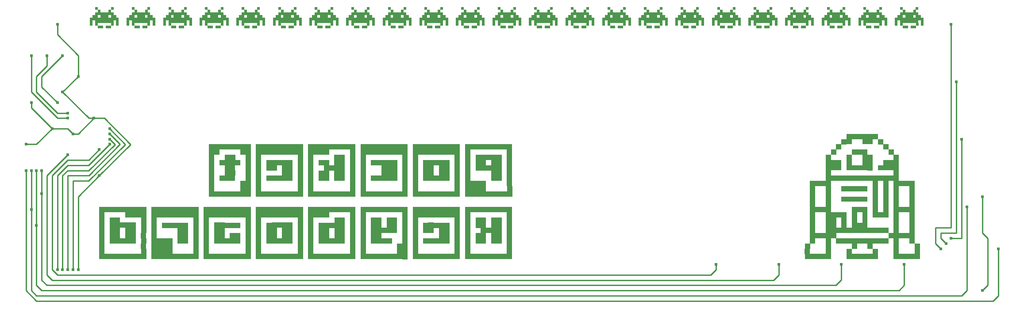
<source format=gbl>
G04 ---------------------------- Layer name :BOTTOM LAYER*
G04 easyEDA 0.1*
G04 Scale: 100 percent, Rotated: No, Reflected: No *
G04 Dimensions in inches *
G04 leading zeros omitted , absolute positions ,2 integer and 4 * 
%FSLAX24Y24*%
%MOIN*%
G90*
G70D02*

%ADD10C,0.010000*%
%ADD11C,0.024400*%
%ADD12R,0.039370X0.039370*%
%ADD13R,0.019685X0.019685*%

%LPD*%
%LNVIA PAD TRACK COPPERAREA*%
G54D10*
G01X66961Y26716D02*
G01X66961Y25141D01*
G01X66567Y24747D01*
G01X62220Y26715D02*
G01X62220Y25534D01*
G01X61826Y25140D01*
G01X61039Y25140D01*
G01X71671Y23953D02*
G01X2380Y23953D01*
G01X66947Y24347D02*
G01X2773Y24347D01*
G01X66553Y24740D02*
G01X3561Y24740D01*
G01X61041Y25134D02*
G01X4348Y25134D01*
G01X2380Y23953D02*
G01X1592Y23953D01*
G01X2773Y24346D02*
G01X1986Y24347D01*
G01X3561Y24740D02*
G01X2380Y24740D01*
G01X4348Y25134D02*
G01X2773Y25134D01*
G01X57502Y26710D02*
G01X57502Y25922D01*
G01X57108Y25528D01*
G01X57104Y25528D02*
G01X3167Y25528D01*
G01X52380Y25922D02*
G01X3561Y25922D01*
G01X1592Y23953D02*
G01X805Y24740D01*
G01X1986Y24346D02*
G01X1593Y24346D01*
G01X1199Y24740D01*
G01X805Y24740D02*
G01X805Y25134D01*
G01X1199Y24740D02*
G01X1199Y25528D01*
G01X2380Y24740D02*
G01X1986Y24740D01*
G01X1592Y25134D01*
G01X1592Y25134D02*
G01X1592Y25528D01*
G01X2773Y25134D02*
G01X2380Y25134D01*
G01X1986Y25528D01*
G01X1986Y26315D01*
G01X805Y25134D02*
G01X805Y33796D01*
G01X1198Y25528D02*
G01X1198Y27496D01*
G01X1198Y27496D02*
G01X1198Y27890D01*
G01X1198Y27890D02*
G01X1199Y30832D01*
G01X1199Y30832D02*
G01X1199Y33796D01*
G01X1592Y25528D02*
G01X1592Y29640D01*
G01X1592Y29640D02*
G01X1592Y29859D01*
G01X1592Y29859D02*
G01X1592Y30854D01*
G01X1592Y30854D02*
G01X1592Y32614D01*
G01X1592Y32614D02*
G01X1592Y33796D01*
G01X1986Y26315D02*
G01X1986Y32044D01*
G01X1986Y32044D02*
G01X1986Y33796D01*
G01X3167Y25528D02*
G01X2773Y25528D01*
G01X2380Y25922D01*
G01X2380Y33402D01*
G01X3955Y34977D01*
G01X6317Y35370D02*
G01X5530Y34582D01*
G01X3955Y34582D01*
G01X2773Y33402D01*
G01X2773Y26315D01*
G01X3167Y25921D01*
G01X3561Y25921D01*
G01X3561Y25921D01*
G01X7105Y35765D02*
G01X5529Y34189D01*
G01X3955Y34189D01*
G01X3167Y33402D01*
G01X7105Y36157D02*
G01X7498Y35764D01*
G01X5529Y33796D01*
G01X3955Y33796D01*
G01X3561Y33402D01*
G01X3955Y33402D02*
G01X4348Y33402D01*
G01X5530Y33402D01*
G01X7892Y35765D01*
G01X7105Y36552D01*
G01X7105Y36946D02*
G01X8285Y35764D01*
G01X5529Y33008D01*
G01X4348Y33008D01*
G01X3167Y33402D02*
G01X3167Y26315D01*
G01X3561Y33402D02*
G01X3561Y26315D01*
G01X3955Y33402D02*
G01X3955Y26315D01*
G01X4348Y33009D02*
G01X4348Y26315D01*
G01X3561Y42457D02*
G01X3561Y42457D01*
G01X1986Y40882D01*
G01X1986Y40095D01*
G01X1986Y40095D01*
G01X3167Y38913D01*
G01X2380Y42457D02*
G01X2380Y41669D01*
G01X1592Y40882D01*
G01X1592Y39702D01*
G01X3167Y38127D01*
G01X3167Y38127D02*
G01X3955Y38127D01*
G01X1199Y42457D02*
G01X1198Y39701D01*
G01X1199Y39701D01*
G01X3167Y37733D01*
G01X3954Y37733D01*
G01X3955Y37732D01*
G01X3167Y44819D02*
G01X3167Y44032D01*
G01X4742Y42457D01*
G01X4742Y40882D01*
G01X3561Y39702D02*
G01X3561Y39702D01*
G01X4743Y40882D01*
G01X1198Y38913D02*
G01X1198Y38521D01*
G01X2773Y36946D01*
G01X2773Y36946D02*
G01X3955Y36946D01*
G01X4348Y36552D01*
G01X4348Y36552D02*
G01X4743Y36552D01*
G01X5923Y37732D01*
G01X5923Y37732D02*
G01X5530Y37732D01*
G01X3561Y39702D01*
G01X805Y35765D02*
G01X1592Y35765D01*
G01X2773Y36946D01*
G01X5923Y37732D02*
G01X6710Y37733D01*
G01X8679Y35764D01*
G01X6317Y33402D01*
G01X4743Y26315D02*
G01X4743Y31828D01*
G01X6317Y33402D01*
G01X52380Y25921D02*
G01X52380Y25921D01*
G01X52773Y26315D01*
G01X52773Y26708D01*
G01X52773Y26709D01*
G01X70489Y44819D02*
G01X70489Y29465D01*
G01X69309Y29465D01*
G01X69309Y28284D01*
G01X69702Y27890D01*
G01X70097Y28284D02*
G01X70097Y28284D01*
G01X69702Y28678D01*
G01X69702Y29071D01*
G01X70884Y29071D01*
G01X70884Y40488D01*
G01X70884Y40488D01*
G01X71277Y36157D02*
G01X71277Y28678D01*
G01X71277Y28678D01*
G01X70489Y28678D01*
G01X66947Y24346D02*
G01X71277Y24346D01*
G01X71671Y24740D01*
G01X71672Y24740D02*
G01X71672Y31040D01*
G01X71672Y23953D02*
G01X73640Y23953D01*
G01X74033Y24347D01*
G01X74033Y27890D01*
G01X74034Y27890D01*
G01X72852Y31828D02*
G01X72852Y29071D01*
G01X73246Y28678D01*
G01X73246Y25134D01*
G01X72852Y24740D01*
G54D12*
G01X62813Y36355D03*
G01X63206Y36355D03*
G01X63601Y36355D03*
G01X63993Y36355D03*
G01X64388Y36355D03*
G01X64781Y36355D03*
G01X62419Y35961D03*
G01X62026Y35567D03*
G01X61631Y35173D03*
G01X65175Y35961D03*
G01X65568Y35567D03*
G01X65964Y35173D03*
G01X61239Y34780D03*
G01X61239Y34386D03*
G01X61239Y33992D03*
G01X66358Y34779D03*
G01X66358Y34386D03*
G01X66358Y33992D03*
G01X61239Y33598D03*
G01X61239Y33205D03*
G01X61631Y33205D03*
G01X62026Y33204D03*
G01X62419Y33204D03*
G01X62813Y33204D03*
G01X63206Y33204D03*
G01X63993Y33204D03*
G01X63601Y33204D03*
G01X64388Y33204D03*
G01X64781Y33204D03*
G01X65568Y33205D03*
G01X65175Y33205D03*
G01X65961Y33205D03*
G01X66356Y33205D03*
G01X66356Y33598D03*
G01X64385Y33992D03*
G01X61238Y32811D03*
G01X60843Y32811D03*
G01X60450Y32811D03*
G01X60056Y32811D03*
G01X60056Y32417D03*
G01X60056Y32023D03*
G01X60056Y31630D03*
G01X60056Y31236D03*
G01X60056Y30844D03*
G01X60451Y30844D03*
G01X60843Y30844D03*
G01X61238Y30844D03*
G01X61238Y31236D03*
G01X61238Y31630D03*
G01X61238Y32025D03*
G01X61238Y32419D03*
G01X60056Y30450D03*
G01X60055Y30055D03*
G01X60056Y29661D03*
G01X60056Y29267D03*
G01X61238Y30450D03*
G01X61238Y30055D03*
G01X61238Y29661D03*
G01X61238Y29267D03*
G01X60056Y28875D03*
G01X60450Y28875D03*
G01X60843Y28875D03*
G01X61238Y28875D03*
G01X60056Y28480D03*
G01X59663Y28086D03*
G01X59661Y27694D03*
G01X59663Y27300D03*
G01X60056Y27300D03*
G01X60451Y27300D03*
G01X60844Y27300D03*
G01X61238Y27300D03*
G01X61238Y27692D03*
G01X61238Y28088D03*
G01X61238Y28480D03*
G01X67536Y32813D03*
G01X67143Y32815D03*
G01X66748Y32815D03*
G01X66355Y32815D03*
G01X66356Y32421D03*
G01X66356Y32027D03*
G01X66356Y31634D03*
G01X66356Y31240D03*
G01X66356Y30846D03*
G01X66750Y30846D03*
G01X67143Y30846D03*
G01X67538Y30842D03*
G01X67536Y31240D03*
G01X67536Y31634D03*
G01X67536Y32028D03*
G01X67536Y32421D03*
G01X66356Y30453D03*
G01X66354Y30059D03*
G01X66356Y29665D03*
G01X66356Y29271D03*
G01X67536Y30453D03*
G01X67536Y30059D03*
G01X67536Y29665D03*
G01X67536Y29271D03*
G01X66355Y28878D03*
G01X66748Y28878D03*
G01X67143Y28878D03*
G01X67536Y28878D03*
G01X66356Y28484D03*
G01X67931Y27298D03*
G01X66356Y28086D03*
G01X66356Y27692D03*
G01X66356Y27303D03*
G01X66748Y27303D03*
G01X67143Y27300D03*
G01X67538Y27300D03*
G01X67931Y27692D03*
G01X67931Y28086D03*
G01X67536Y28484D03*
G01X61631Y28875D03*
G01X65963Y28875D03*
G01X62023Y29269D03*
G01X62418Y29269D03*
G01X62811Y29269D03*
G01X63205Y29269D03*
G01X63598Y29269D03*
G01X63993Y29269D03*
G01X64385Y29269D03*
G01X64780Y29269D03*
G01X65173Y29269D03*
G01X65567Y29269D03*
G01X62025Y28482D03*
G01X62418Y28482D03*
G01X62813Y28482D03*
G01X63600Y28482D03*
G01X63993Y28482D03*
G01X64386Y28482D03*
G01X64781Y28482D03*
G01X65175Y28482D03*
G01X65568Y28482D03*
G01X63206Y28482D03*
G01X63206Y28088D03*
G01X64388Y28088D03*
G01X62811Y27694D03*
G01X64781Y27694D03*
G01X62810Y27300D03*
G01X64781Y27300D03*
G01X63206Y27300D03*
G01X63600Y27300D03*
G01X63993Y27300D03*
G01X64386Y27300D03*
G01X61631Y29269D03*
G01X61631Y29663D03*
G01X61631Y30055D03*
G01X61631Y30450D03*
G01X62418Y29661D03*
G01X62418Y30055D03*
G01X62418Y30450D03*
G01X62025Y30450D03*
G01X64780Y32811D03*
G01X64781Y32417D03*
G01X64781Y32023D03*
G01X64781Y31630D03*
G01X64781Y31236D03*
G01X64781Y30842D03*
G01X64781Y30450D03*
G01X65175Y30450D03*
G01X65568Y30450D03*
G01X65568Y30844D03*
G01X65568Y31238D03*
G01X65568Y31630D03*
G01X65568Y32025D03*
G01X65568Y32419D03*
G01X65568Y32811D03*
G01X30925Y34386D03*
G01X31319Y34386D03*
G01X30925Y33992D03*
G01X31318Y33992D03*
G01X30925Y33598D03*
G01X31318Y33598D03*
G01X30925Y33205D03*
G01X31318Y33205D03*
G01X32106Y34386D03*
G01X32500Y34388D03*
G01X32106Y33992D03*
G01X32500Y33992D03*
G01X32106Y33598D03*
G01X32500Y33598D03*
G01X32106Y33205D03*
G01X32500Y33205D03*
G01X31713Y34386D03*
G01X31713Y33205D03*
G01X30136Y34782D03*
G01X30138Y34386D03*
G01X30138Y33992D03*
G01X30138Y33598D03*
G01X30138Y33205D03*
G01X30138Y32811D03*
G01X30138Y32417D03*
G01X30138Y32023D03*
G01X30531Y32023D03*
G01X30925Y32023D03*
G01X31318Y32023D03*
G01X31713Y32023D03*
G01X32106Y32023D03*
G01X32500Y32023D03*
G01X32893Y32023D03*
G01X33288Y32023D03*
G01X33288Y32417D03*
G01X33286Y32811D03*
G01X33288Y33205D03*
G01X33286Y33598D03*
G01X33288Y33992D03*
G01X33288Y34386D03*
G01X33288Y34780D03*
G01X30136Y35173D03*
G01X30531Y35173D03*
G01X30925Y35173D03*
G01X31318Y35173D03*
G01X31713Y35173D03*
G01X32106Y35173D03*
G01X32500Y35173D03*
G01X32893Y35173D03*
G01X33288Y35173D03*
G01X35261Y34386D03*
G01X36047Y34384D03*
G01X34865Y34386D03*
G01X36440Y34386D03*
G01X34864Y33990D03*
G01X35261Y33990D03*
G01X35654Y33990D03*
G01X36047Y33992D03*
G01X36440Y33990D03*
G01X34865Y34780D03*
G01X35261Y34780D03*
G01X35654Y34780D03*
G01X36047Y34780D03*
G01X36440Y34780D03*
G01X36050Y33598D03*
G01X36443Y33598D03*
G01X36050Y33205D03*
G01X36443Y33205D03*
G01X34079Y35173D03*
G01X34079Y34780D03*
G01X34079Y34386D03*
G01X34077Y33990D03*
G01X34079Y33598D03*
G01X34077Y33205D03*
G01X34077Y32811D03*
G01X35261Y32811D03*
G01X34473Y32811D03*
G01X34868Y32811D03*
G01X35261Y32417D03*
G01X35261Y32023D03*
G01X35654Y32023D03*
G01X36047Y32023D03*
G01X36443Y32021D03*
G01X36836Y32021D03*
G01X37231Y32415D03*
G01X37231Y32021D03*
G01X37227Y32811D03*
G01X37227Y33205D03*
G01X37227Y33598D03*
G01X37227Y33992D03*
G01X37227Y34386D03*
G01X37227Y34780D03*
G01X37229Y35171D03*
G01X34075Y35565D03*
G01X34472Y35565D03*
G01X34865Y35565D03*
G01X35261Y35565D03*
G01X35654Y35565D03*
G01X36047Y35565D03*
G01X36440Y35565D03*
G01X36836Y35565D03*
G01X37227Y35565D03*
G01X26993Y34386D03*
G01X27388Y34386D03*
G01X27784Y33990D03*
G01X28177Y33990D03*
G01X27784Y33598D03*
G01X28177Y33598D03*
G01X26993Y33205D03*
G01X27386Y33205D03*
G01X28175Y34386D03*
G01X28568Y34388D03*
G01X28572Y33990D03*
G01X28572Y33598D03*
G01X28175Y33205D03*
G01X28568Y33205D03*
G01X27781Y34386D03*
G01X27781Y33205D03*
G01X26203Y34782D03*
G01X26206Y34386D03*
G01X26206Y33992D03*
G01X26206Y33598D03*
G01X26206Y33205D03*
G01X26206Y32811D03*
G01X26206Y32417D03*
G01X26206Y32023D03*
G01X26600Y32023D03*
G01X26993Y32023D03*
G01X27386Y32023D03*
G01X27781Y32023D03*
G01X28175Y32023D03*
G01X28568Y32023D03*
G01X28961Y32023D03*
G01X29356Y32023D03*
G01X29356Y32417D03*
G01X29353Y32811D03*
G01X29356Y33205D03*
G01X29353Y33598D03*
G01X29356Y33992D03*
G01X29356Y34386D03*
G01X29356Y34780D03*
G01X26203Y35173D03*
G01X26600Y35173D03*
G01X26993Y35173D03*
G01X27386Y35173D03*
G01X27781Y35173D03*
G01X28175Y35173D03*
G01X28568Y35173D03*
G01X28961Y35173D03*
G01X29356Y35173D03*
G01X24228Y34776D03*
G01X24228Y34382D03*
G01X24228Y33988D03*
G01X24228Y33594D03*
G01X24228Y33201D03*
G01X24622Y34776D03*
G01X24622Y34384D03*
G01X24622Y33990D03*
G01X24622Y33594D03*
G01X24622Y33203D03*
G01X23834Y33990D03*
G01X23439Y33990D03*
G01X23044Y34382D03*
G01X23438Y34382D03*
G01X23044Y33594D03*
G01X23044Y33201D03*
G01X23438Y33201D03*
G01X23438Y33594D03*
G01X22259Y35173D03*
G01X22261Y34780D03*
G01X22261Y33992D03*
G01X22261Y33596D03*
G01X22261Y33203D03*
G01X22261Y32809D03*
G01X22261Y32415D03*
G01X22261Y32021D03*
G01X22261Y34384D03*
G01X25411Y34780D03*
G01X25413Y34384D03*
G01X25413Y33990D03*
G01X25413Y33596D03*
G01X25413Y33203D03*
G01X25413Y32811D03*
G01X25413Y32415D03*
G01X25413Y32021D03*
G01X25411Y35171D03*
G01X22261Y35567D03*
G01X22653Y35567D03*
G01X23048Y35567D03*
G01X23443Y35567D03*
G01X23836Y35567D03*
G01X24228Y35567D03*
G01X22653Y32023D03*
G01X23050Y32023D03*
G01X23443Y32023D03*
G01X23836Y32023D03*
G01X24228Y32023D03*
G01X24623Y32023D03*
G01X25017Y32023D03*
G01X24625Y35567D03*
G01X25017Y35567D03*
G01X25411Y35567D03*
G01X19109Y34384D03*
G01X19500Y34386D03*
G01X19109Y33990D03*
G01X19500Y33990D03*
G01X20293Y33594D03*
G01X20686Y33594D03*
G01X19109Y33203D03*
G01X19500Y33203D03*
G01X20292Y33988D03*
G01X20684Y33988D03*
G01X19897Y34384D03*
G01X20292Y34384D03*
G01X20288Y33205D03*
G01X20681Y33205D03*
G01X20684Y34382D03*
G01X19894Y33203D03*
G01X18318Y34780D03*
G01X18319Y34384D03*
G01X18319Y33990D03*
G01X18319Y33596D03*
G01X18319Y33203D03*
G01X18319Y32811D03*
G01X18319Y32415D03*
G01X18319Y32021D03*
G01X18713Y32021D03*
G01X19109Y32021D03*
G01X19500Y32021D03*
G01X19894Y32021D03*
G01X20288Y32021D03*
G01X20684Y32021D03*
G01X21075Y32021D03*
G01X21469Y32021D03*
G01X21469Y32415D03*
G01X21468Y32811D03*
G01X21469Y33205D03*
G01X21468Y33596D03*
G01X21469Y33990D03*
G01X21469Y34386D03*
G01X21469Y34778D03*
G01X18318Y35171D03*
G01X18713Y35171D03*
G01X19109Y35171D03*
G01X19500Y35171D03*
G01X19894Y35171D03*
G01X20288Y35171D03*
G01X20681Y35171D03*
G01X21075Y35171D03*
G01X21469Y35171D03*
G01X23046Y35169D03*
G01X23439Y35169D03*
G01X22652Y35169D03*
G01X15967Y34782D03*
G01X15967Y34388D03*
G01X15967Y33994D03*
G01X15967Y33601D03*
G01X15967Y33207D03*
G01X16363Y34782D03*
G01X16363Y34388D03*
G01X16361Y33994D03*
G01X16363Y33601D03*
G01X16361Y33207D03*
G01X15575Y34388D03*
G01X16756Y34388D03*
G01X15571Y33203D03*
G01X15571Y32026D03*
G01X15967Y32026D03*
G01X16363Y32028D03*
G01X16756Y32026D03*
G01X17150Y32028D03*
G01X17542Y32026D03*
G01X17542Y32419D03*
G01X17542Y32815D03*
G01X17542Y33209D03*
G01X17542Y33601D03*
G01X17542Y33994D03*
G01X17542Y34390D03*
G01X17542Y34782D03*
G01X17542Y35176D03*
G01X17150Y35176D03*
G01X16756Y35569D03*
G01X17150Y35569D03*
G01X17542Y35569D03*
G01X16361Y35569D03*
G01X15967Y35569D03*
G01X15575Y35569D03*
G01X15181Y35176D03*
G01X15181Y35569D03*
G01X14788Y34782D03*
G01X14788Y35176D03*
G01X14788Y35569D03*
G01X14788Y34388D03*
G01X14788Y33994D03*
G01X14788Y33601D03*
G01X15181Y32026D03*
G01X14788Y32026D03*
G01X14788Y32419D03*
G01X14788Y32815D03*
G01X14788Y33209D03*
G01X17147Y32415D03*
G01X17147Y32809D03*
G01X34863Y30055D03*
G01X34863Y29663D03*
G01X35254Y29267D03*
G01X34863Y28875D03*
G01X34863Y28482D03*
G01X35259Y30055D03*
G01X35259Y29663D03*
G01X35650Y29267D03*
G01X35259Y28875D03*
G01X35259Y28482D03*
G01X36042Y29265D03*
G01X36436Y29267D03*
G01X36044Y29663D03*
G01X36438Y29661D03*
G01X36438Y30055D03*
G01X36044Y30055D03*
G01X36046Y28873D03*
G01X36044Y28480D03*
G01X36438Y28480D03*
G01X36438Y28875D03*
G01X34077Y30053D03*
G01X34077Y29657D03*
G01X34077Y29263D03*
G01X34077Y28869D03*
G01X34077Y28477D03*
G01X34077Y28082D03*
G01X34077Y27688D03*
G01X34073Y30444D03*
G01X37227Y30055D03*
G01X37227Y29661D03*
G01X37227Y29267D03*
G01X37227Y28873D03*
G01X37227Y28480D03*
G01X37227Y28086D03*
G01X37227Y27692D03*
G01X37223Y30448D03*
G01X34077Y27298D03*
G01X34467Y27298D03*
G01X34863Y27298D03*
G01X35257Y27298D03*
G01X35652Y27298D03*
G01X36042Y27298D03*
G01X36438Y27301D03*
G01X36830Y27301D03*
G01X37227Y27302D03*
G01X34077Y30846D03*
G01X34467Y30846D03*
G01X34863Y30846D03*
G01X35257Y30846D03*
G01X35652Y30846D03*
G01X36042Y30846D03*
G01X36438Y30848D03*
G01X36830Y30848D03*
G01X37227Y30848D03*
G01X30928Y29663D03*
G01X31325Y29665D03*
G01X30928Y29271D03*
G01X31325Y29271D03*
G01X32105Y28873D03*
G01X32500Y28873D03*
G01X30928Y28482D03*
G01X31325Y28482D03*
G01X32111Y29267D03*
G01X32507Y29267D03*
G01X31719Y29663D03*
G01X32111Y29663D03*
G01X32111Y28484D03*
G01X32503Y28484D03*
G01X32507Y29661D03*
G01X31715Y28482D03*
G01X30140Y30059D03*
G01X30140Y29663D03*
G01X30140Y29271D03*
G01X30140Y28877D03*
G01X30140Y28482D03*
G01X30140Y28090D03*
G01X30140Y27696D03*
G01X30140Y27302D03*
G01X30536Y27302D03*
G01X30928Y27302D03*
G01X31325Y27302D03*
G01X31715Y27302D03*
G01X32111Y27302D03*
G01X32503Y27302D03*
G01X32900Y27302D03*
G01X33290Y27302D03*
G01X33290Y27696D03*
G01X33290Y28090D03*
G01X33290Y28484D03*
G01X33290Y28877D03*
G01X33290Y29271D03*
G01X33290Y29665D03*
G01X33290Y30057D03*
G01X30140Y30452D03*
G01X30536Y30452D03*
G01X30928Y30452D03*
G01X31325Y30452D03*
G01X31715Y30452D03*
G01X32111Y30452D03*
G01X32503Y30452D03*
G01X32900Y30452D03*
G01X33290Y30452D03*
G01X26986Y30055D03*
G01X26986Y29661D03*
G01X26986Y29267D03*
G01X27380Y30055D03*
G01X27380Y29661D03*
G01X27380Y29267D03*
G01X28169Y30055D03*
G01X28169Y29661D03*
G01X28169Y29267D03*
G01X28561Y30055D03*
G01X28561Y29661D03*
G01X28561Y29267D03*
G01X27775Y29267D03*
G01X26986Y28873D03*
G01X27378Y28873D03*
G01X28167Y28480D03*
G01X26986Y28480D03*
G01X27775Y28480D03*
G01X27380Y28480D03*
G01X26200Y30842D03*
G01X26594Y30842D03*
G01X26988Y30842D03*
G01X27382Y30842D03*
G01X27775Y30842D03*
G01X28169Y30842D03*
G01X28561Y30842D03*
G01X28957Y30842D03*
G01X29350Y30842D03*
G01X26200Y30055D03*
G01X26200Y29659D03*
G01X26200Y29265D03*
G01X26200Y28871D03*
G01X26200Y28478D03*
G01X28957Y28086D03*
G01X28957Y27692D03*
G01X26594Y27298D03*
G01X26200Y30446D03*
G01X29350Y30055D03*
G01X29350Y29659D03*
G01X29350Y29265D03*
G01X29350Y28871D03*
G01X29350Y28478D03*
G01X29350Y28084D03*
G01X29350Y27690D03*
G01X29350Y27296D03*
G01X29350Y30446D03*
G01X26986Y27298D03*
G01X27382Y27298D03*
G01X27775Y27298D03*
G01X28169Y27298D03*
G01X28561Y27298D03*
G01X28957Y27298D03*
G01X26200Y28086D03*
G01X26200Y27692D03*
G01X26200Y27298D03*
G01X23050Y29663D03*
G01X23444Y29663D03*
G01X23050Y29269D03*
G01X23442Y29269D03*
G01X23050Y28876D03*
G01X23442Y28876D03*
G01X23050Y28482D03*
G01X23442Y28482D03*
G01X24230Y29663D03*
G01X24625Y29665D03*
G01X24230Y29271D03*
G01X24625Y29271D03*
G01X24230Y28877D03*
G01X24625Y28877D03*
G01X24230Y28482D03*
G01X24625Y28482D03*
G01X23836Y29663D03*
G01X23836Y28482D03*
G01X22261Y30059D03*
G01X22261Y29663D03*
G01X22261Y29269D03*
G01X22261Y28876D03*
G01X22261Y28482D03*
G01X22261Y28088D03*
G01X22261Y27694D03*
G01X22261Y27301D03*
G01X22655Y27301D03*
G01X23050Y27301D03*
G01X23442Y27301D03*
G01X23836Y27301D03*
G01X24230Y27301D03*
G01X24625Y27301D03*
G01X25017Y27301D03*
G01X25411Y27301D03*
G01X25411Y27694D03*
G01X25411Y28088D03*
G01X25411Y28482D03*
G01X25411Y28876D03*
G01X25411Y29269D03*
G01X25411Y29663D03*
G01X25411Y30057D03*
G01X22261Y30451D03*
G01X23050Y30844D03*
G01X24625Y30053D03*
G01X22657Y30844D03*
G01X22261Y30844D03*
G01X24232Y30053D03*
G01X23444Y30844D03*
G01X23836Y30844D03*
G01X25411Y30451D03*
G01X24230Y30844D03*
G01X24625Y30844D03*
G01X25019Y30844D03*
G01X25411Y30844D03*
G01X23050Y30448D03*
G01X23442Y30448D03*
G01X22653Y30448D03*
G01X19111Y29663D03*
G01X19505Y29665D03*
G01X19111Y29271D03*
G01X19503Y29271D03*
G01X19111Y28877D03*
G01X19503Y28877D03*
G01X19111Y28482D03*
G01X19503Y28482D03*
G01X20292Y29665D03*
G01X20686Y29665D03*
G01X20292Y29271D03*
G01X20686Y29271D03*
G01X20292Y28878D03*
G01X20686Y28878D03*
G01X20292Y28484D03*
G01X20686Y28484D03*
G01X19900Y29665D03*
G01X19900Y28482D03*
G01X18323Y30059D03*
G01X18325Y29663D03*
G01X18325Y29271D03*
G01X18325Y28877D03*
G01X18325Y28482D03*
G01X18325Y28090D03*
G01X18325Y27696D03*
G01X18325Y27302D03*
G01X18717Y27302D03*
G01X19111Y27302D03*
G01X19503Y27302D03*
G01X19900Y27302D03*
G01X20292Y27302D03*
G01X20686Y27302D03*
G01X21078Y27302D03*
G01X21475Y27302D03*
G01X21475Y27696D03*
G01X21473Y28090D03*
G01X21475Y28484D03*
G01X21473Y28877D03*
G01X21475Y29271D03*
G01X21475Y29665D03*
G01X21475Y30057D03*
G01X18323Y30452D03*
G01X18717Y30452D03*
G01X19111Y30452D03*
G01X19503Y30452D03*
G01X19900Y30452D03*
G01X20292Y30452D03*
G01X20686Y30452D03*
G01X21078Y30452D03*
G01X21475Y30452D03*
G01X15173Y29665D03*
G01X15567Y29665D03*
G01X15173Y28876D03*
G01X15567Y28876D03*
G01X16355Y28877D03*
G01X16750Y28877D03*
G01X15173Y28484D03*
G01X15565Y28484D03*
G01X15175Y29267D03*
G01X15569Y29267D03*
G01X15961Y29663D03*
G01X16357Y29663D03*
G01X16353Y28484D03*
G01X16748Y28484D03*
G01X16750Y29663D03*
G01X15961Y28484D03*
G01X14384Y30061D03*
G01X14386Y29665D03*
G01X14386Y29271D03*
G01X14386Y28878D03*
G01X14386Y28484D03*
G01X14386Y28090D03*
G01X14386Y27696D03*
G01X14386Y27303D03*
G01X14778Y27303D03*
G01X15173Y27303D03*
G01X15565Y27303D03*
G01X15961Y27303D03*
G01X16353Y27303D03*
G01X16748Y27303D03*
G01X17140Y27303D03*
G01X17536Y27303D03*
G01X17536Y27696D03*
G01X17534Y28090D03*
G01X17536Y28484D03*
G01X17534Y28878D03*
G01X17536Y29271D03*
G01X17536Y29665D03*
G01X17536Y30059D03*
G01X14384Y30453D03*
G01X14778Y30453D03*
G01X15173Y30453D03*
G01X15565Y30453D03*
G01X15961Y30453D03*
G01X16353Y30453D03*
G01X16748Y30453D03*
G01X17140Y30453D03*
G01X17536Y30453D03*
G01X11239Y29661D03*
G01X12419Y29267D03*
G01X12419Y28875D03*
G01X12419Y28480D03*
G01X11631Y29661D03*
G01X12813Y29267D03*
G01X12813Y28875D03*
G01X12813Y28480D03*
G01X12026Y29661D03*
G01X12419Y29661D03*
G01X10457Y27303D03*
G01X10850Y27303D03*
G01X10453Y27698D03*
G01X10455Y28092D03*
G01X10453Y28486D03*
G01X10455Y28880D03*
G01X10455Y29273D03*
G01X10455Y29667D03*
G01X10455Y30061D03*
G01X11244Y27303D03*
G01X11636Y27303D03*
G01X12030Y27303D03*
G01X12423Y27303D03*
G01X10844Y27694D03*
G01X10844Y28088D03*
G01X11240Y28088D03*
G01X11632Y28088D03*
G01X12813Y29661D03*
G01X13607Y29271D03*
G01X13607Y28878D03*
G01X11632Y28482D03*
G01X11238Y27694D03*
G01X11632Y27694D03*
G01X13211Y27303D03*
G01X12817Y27303D03*
G01X10844Y28482D03*
G01X11240Y28482D03*
G01X13605Y30059D03*
G01X13605Y29665D03*
G01X13605Y28092D03*
G01X13605Y28484D03*
G01X13605Y27698D03*
G01X13605Y27303D03*
G01X7303Y29665D03*
G01X7696Y29665D03*
G01X7303Y29271D03*
G01X7694Y29271D03*
G01X7303Y28878D03*
G01X7694Y28878D03*
G01X7303Y28484D03*
G01X7694Y28484D03*
G01X8482Y29665D03*
G01X8878Y29667D03*
G01X8482Y29273D03*
G01X8875Y29273D03*
G01X8482Y28878D03*
G01X8875Y28878D03*
G01X8482Y28484D03*
G01X8875Y28484D03*
G01X8088Y29665D03*
G01X8088Y28484D03*
G01X6511Y30061D03*
G01X6513Y29665D03*
G01X6513Y29271D03*
G01X6513Y28878D03*
G01X6513Y28484D03*
G01X6513Y28090D03*
G01X6513Y27696D03*
G01X6513Y27303D03*
G01X6907Y27303D03*
G01X7303Y27303D03*
G01X7694Y27303D03*
G01X8088Y27303D03*
G01X8482Y27303D03*
G01X8878Y27303D03*
G01X9269Y27303D03*
G01X9663Y27303D03*
G01X9663Y27696D03*
G01X9661Y28090D03*
G01X9663Y28484D03*
G01X9661Y28878D03*
G01X9663Y29271D03*
G01X9663Y29665D03*
G01X9663Y30059D03*
G01X6511Y30453D03*
G01X7303Y30846D03*
G01X7694Y30055D03*
G01X6907Y30846D03*
G01X6515Y30846D03*
G01X7302Y30055D03*
G01X7696Y30846D03*
G01X8090Y30846D03*
G01X9663Y30453D03*
G01X8482Y30846D03*
G01X8878Y30846D03*
G01X9271Y30846D03*
G01X9665Y30846D03*
G01X8878Y30448D03*
G01X9271Y30448D03*
G01X8484Y30448D03*
G01X34860Y32419D03*
G01X34859Y32026D03*
G01X34465Y32027D03*
G01X34072Y32027D03*
G01X34072Y32421D03*
G01X34465Y32419D03*
G01X30132Y35569D03*
G01X30528Y35569D03*
G01X30923Y35569D03*
G01X31318Y35569D03*
G01X31711Y35569D03*
G01X32103Y35569D03*
G01X32498Y35569D03*
G01X32893Y35569D03*
G01X33285Y35569D03*
G01X26197Y35569D03*
G01X26593Y35569D03*
G01X26986Y35569D03*
G01X27381Y35569D03*
G01X27775Y35569D03*
G01X28168Y35569D03*
G01X28561Y35569D03*
G01X28956Y35569D03*
G01X29348Y35569D03*
G01X18323Y35569D03*
G01X18719Y35569D03*
G01X19114Y35569D03*
G01X19509Y35569D03*
G01X19902Y35569D03*
G01X20294Y35569D03*
G01X20689Y35569D03*
G01X21084Y35569D03*
G01X21475Y35569D03*
G01X30140Y30844D03*
G01X30536Y30844D03*
G01X30928Y30844D03*
G01X31325Y30844D03*
G01X31717Y30844D03*
G01X32111Y30844D03*
G01X32503Y30844D03*
G01X32900Y30844D03*
G01X33290Y30844D03*
G01X18328Y30844D03*
G01X18725Y30844D03*
G01X19119Y30844D03*
G01X19513Y30844D03*
G01X19906Y30844D03*
G01X20300Y30844D03*
G01X20694Y30844D03*
G01X21088Y30844D03*
G01X21480Y30844D03*
G01X14392Y30844D03*
G01X14788Y30844D03*
G01X15182Y30844D03*
G01X15577Y30844D03*
G01X15969Y30844D03*
G01X16363Y30844D03*
G01X16757Y30844D03*
G01X17152Y30844D03*
G01X17544Y30844D03*
G01X10450Y30450D03*
G01X10844Y30450D03*
G01X11239Y30450D03*
G01X11631Y30450D03*
G01X12025Y30450D03*
G01X12419Y30450D03*
G01X12814Y30450D03*
G01X13206Y30450D03*
G01X13602Y30448D03*
G01X10450Y30844D03*
G01X10844Y30844D03*
G01X11239Y30844D03*
G01X11631Y30844D03*
G01X12025Y30844D03*
G01X12419Y30844D03*
G01X12814Y30844D03*
G01X13206Y30844D03*
G01X13602Y30842D03*
G01X14389Y30844D03*
G01X14784Y30844D03*
G01X15178Y30844D03*
G01X15571Y30844D03*
G01X15964Y30844D03*
G01X16359Y30844D03*
G01X16753Y30844D03*
G01X17146Y30844D03*
G01X17542Y30842D03*
G01X18325Y30844D03*
G01X18719Y30844D03*
G01X19114Y30844D03*
G01X19506Y30844D03*
G01X19900Y30844D03*
G01X20294Y30844D03*
G01X20689Y30844D03*
G01X21081Y30844D03*
G01X21477Y30842D03*
G01X22260Y30844D03*
G01X22656Y30844D03*
G01X23051Y30844D03*
G01X23443Y30844D03*
G01X23835Y30844D03*
G01X24231Y30844D03*
G01X24626Y30844D03*
G01X25018Y30844D03*
G01X25414Y30842D03*
G01X30135Y30844D03*
G01X30531Y30844D03*
G01X30926Y30844D03*
G01X31318Y30844D03*
G01X31710Y30844D03*
G01X32106Y30844D03*
G01X32501Y30844D03*
G01X32893Y30844D03*
G01X33289Y30842D03*
G01X34072Y30844D03*
G01X34468Y30844D03*
G01X34863Y30844D03*
G01X35255Y30844D03*
G01X35647Y30844D03*
G01X36043Y30844D03*
G01X36438Y30844D03*
G01X36830Y30844D03*
G01X37226Y30842D03*
G01X26197Y35567D03*
G01X26593Y35567D03*
G01X26988Y35567D03*
G01X27380Y35567D03*
G01X27772Y35567D03*
G01X28168Y35567D03*
G01X28563Y35567D03*
G01X28955Y35567D03*
G01X29351Y35567D03*
G01X18325Y35567D03*
G01X18719Y35567D03*
G01X19114Y35567D03*
G01X19506Y35567D03*
G01X19900Y35567D03*
G01X20294Y35567D03*
G01X20689Y35567D03*
G01X21081Y35567D03*
G01X21477Y35567D03*
G54D13*
G01X6121Y46001D03*
G01X6317Y45805D03*
G01X7105Y45805D03*
G01X7301Y46001D03*
G01X6119Y45607D03*
G01X6317Y45607D03*
G01X6514Y45607D03*
G01X6711Y45607D03*
G01X6907Y45607D03*
G01X7103Y45607D03*
G01X7301Y45607D03*
G01X5923Y45409D03*
G01X6121Y45409D03*
G01X7301Y45409D03*
G01X7498Y45409D03*
G01X6514Y45409D03*
G01X6711Y45409D03*
G01X5726Y45213D03*
G01X6907Y45409D03*
G01X5923Y45213D03*
G01X6119Y45213D03*
G01X6317Y45213D03*
G01X6513Y45213D03*
G01X6710Y45213D03*
G01X6907Y45213D03*
G01X7103Y45213D03*
G01X7301Y45213D03*
G01X7498Y45213D03*
G01X7694Y45213D03*
G01X5726Y45015D03*
G01X5726Y44819D03*
G01X7694Y45017D03*
G01X7694Y44819D03*
G01X6121Y45015D03*
G01X6119Y44819D03*
G01X7302Y44819D03*
G01X7301Y45017D03*
G01X6315Y45015D03*
G01X6511Y45015D03*
G01X6709Y45015D03*
G01X6906Y45015D03*
G01X7103Y45015D03*
G01X6317Y44621D03*
G01X6513Y44623D03*
G01X7103Y44621D03*
G01X6907Y44623D03*
G01X8878Y46001D03*
G01X9075Y45805D03*
G01X9863Y45805D03*
G01X10059Y46001D03*
G01X8877Y45607D03*
G01X9075Y45607D03*
G01X9272Y45607D03*
G01X9469Y45607D03*
G01X9665Y45607D03*
G01X9861Y45607D03*
G01X10059Y45607D03*
G01X8681Y45409D03*
G01X8878Y45409D03*
G01X10059Y45409D03*
G01X10256Y45409D03*
G01X9272Y45409D03*
G01X9469Y45409D03*
G01X8484Y45213D03*
G01X9665Y45409D03*
G01X8681Y45213D03*
G01X8877Y45213D03*
G01X9075Y45213D03*
G01X9271Y45213D03*
G01X9468Y45213D03*
G01X9665Y45213D03*
G01X9861Y45213D03*
G01X10059Y45213D03*
G01X10256Y45213D03*
G01X10452Y45213D03*
G01X8484Y45015D03*
G01X8484Y44819D03*
G01X10452Y45017D03*
G01X10452Y44819D03*
G01X8878Y45015D03*
G01X8877Y44819D03*
G01X10060Y44819D03*
G01X10059Y45017D03*
G01X9073Y45015D03*
G01X9269Y45015D03*
G01X9467Y45015D03*
G01X9664Y45015D03*
G01X9861Y45015D03*
G01X9075Y44621D03*
G01X9271Y44623D03*
G01X9861Y44621D03*
G01X9665Y44623D03*
G01X11635Y46001D03*
G01X11831Y45805D03*
G01X12618Y45805D03*
G01X12814Y46001D03*
G01X11634Y45607D03*
G01X11831Y45607D03*
G01X12027Y45607D03*
G01X12226Y45607D03*
G01X12422Y45607D03*
G01X12618Y45607D03*
G01X12814Y45607D03*
G01X11438Y45409D03*
G01X11635Y45409D03*
G01X12814Y45409D03*
G01X13013Y45409D03*
G01X12027Y45409D03*
G01X12226Y45409D03*
G01X11239Y45213D03*
G01X12422Y45409D03*
G01X11438Y45213D03*
G01X11634Y45213D03*
G01X11831Y45213D03*
G01X12027Y45213D03*
G01X12223Y45213D03*
G01X12422Y45213D03*
G01X12618Y45213D03*
G01X12814Y45213D03*
G01X13013Y45213D03*
G01X13209Y45213D03*
G01X11239Y45015D03*
G01X11239Y44819D03*
G01X13209Y45017D03*
G01X13209Y44819D03*
G01X11635Y45015D03*
G01X11634Y44819D03*
G01X12815Y44819D03*
G01X12814Y45017D03*
G01X11830Y45015D03*
G01X12026Y45015D03*
G01X12222Y45015D03*
G01X12419Y45015D03*
G01X12618Y45015D03*
G01X11831Y44621D03*
G01X12027Y44623D03*
G01X12618Y44621D03*
G01X12422Y44623D03*
G01X14389Y46001D03*
G01X14585Y45805D03*
G01X15373Y45805D03*
G01X15569Y46001D03*
G01X14389Y45607D03*
G01X14585Y45607D03*
G01X14782Y45607D03*
G01X14981Y45607D03*
G01X15177Y45607D03*
G01X15372Y45607D03*
G01X15569Y45607D03*
G01X14193Y45409D03*
G01X14389Y45409D03*
G01X15569Y45409D03*
G01X15768Y45409D03*
G01X14782Y45409D03*
G01X14981Y45409D03*
G01X13994Y45213D03*
G01X15177Y45409D03*
G01X14193Y45213D03*
G01X14389Y45213D03*
G01X14585Y45213D03*
G01X14781Y45213D03*
G01X14978Y45213D03*
G01X15177Y45213D03*
G01X15372Y45213D03*
G01X15569Y45213D03*
G01X15768Y45213D03*
G01X15964Y45213D03*
G01X13994Y45015D03*
G01X13994Y44819D03*
G01X15964Y45017D03*
G01X15964Y44819D03*
G01X14389Y45015D03*
G01X14389Y44819D03*
G01X15571Y44819D03*
G01X15569Y45017D03*
G01X14585Y45015D03*
G01X14781Y45015D03*
G01X14977Y45015D03*
G01X15175Y45015D03*
G01X15372Y45015D03*
G01X14585Y44621D03*
G01X14781Y44623D03*
G01X15372Y44621D03*
G01X15177Y44623D03*
G01X17146Y46001D03*
G01X17342Y45805D03*
G01X18130Y45805D03*
G01X18326Y46001D03*
G01X17144Y45607D03*
G01X17342Y45607D03*
G01X17539Y45607D03*
G01X17736Y45607D03*
G01X17932Y45607D03*
G01X18128Y45607D03*
G01X18326Y45607D03*
G01X16948Y45409D03*
G01X17146Y45409D03*
G01X18326Y45409D03*
G01X18523Y45409D03*
G01X17539Y45409D03*
G01X17736Y45409D03*
G01X16751Y45213D03*
G01X17932Y45409D03*
G01X16948Y45213D03*
G01X17144Y45213D03*
G01X17342Y45213D03*
G01X17538Y45213D03*
G01X17735Y45213D03*
G01X17932Y45213D03*
G01X18128Y45213D03*
G01X18326Y45213D03*
G01X18523Y45213D03*
G01X18719Y45213D03*
G01X16751Y45017D03*
G01X16751Y44821D03*
G01X18719Y45017D03*
G01X18719Y44821D03*
G01X17146Y45017D03*
G01X17144Y44821D03*
G01X18327Y44821D03*
G01X18326Y45017D03*
G01X17340Y45017D03*
G01X17536Y45017D03*
G01X17734Y45017D03*
G01X17931Y45017D03*
G01X18128Y45017D03*
G01X17342Y44623D03*
G01X17538Y44623D03*
G01X18128Y44623D03*
G01X17932Y44623D03*
G01X19902Y46001D03*
G01X20097Y45805D03*
G01X20885Y45805D03*
G01X21081Y46001D03*
G01X19901Y45607D03*
G01X20097Y45607D03*
G01X20294Y45607D03*
G01X20493Y45607D03*
G01X20689Y45607D03*
G01X20885Y45607D03*
G01X21081Y45607D03*
G01X19705Y45409D03*
G01X19902Y45409D03*
G01X21081Y45409D03*
G01X21280Y45409D03*
G01X20294Y45409D03*
G01X20493Y45409D03*
G01X19506Y45213D03*
G01X20689Y45409D03*
G01X19705Y45213D03*
G01X19901Y45213D03*
G01X20097Y45213D03*
G01X20293Y45213D03*
G01X20490Y45213D03*
G01X20689Y45213D03*
G01X20885Y45213D03*
G01X21081Y45213D03*
G01X21280Y45213D03*
G01X21476Y45213D03*
G01X19506Y45015D03*
G01X19506Y44819D03*
G01X21476Y45017D03*
G01X21476Y44819D03*
G01X19902Y45015D03*
G01X19901Y44819D03*
G01X21082Y44819D03*
G01X21081Y45017D03*
G01X20097Y45015D03*
G01X20293Y45015D03*
G01X20489Y45015D03*
G01X20686Y45015D03*
G01X20885Y45015D03*
G01X20097Y44621D03*
G01X20293Y44623D03*
G01X20885Y44621D03*
G01X20689Y44623D03*
G01X22656Y46001D03*
G01X22852Y45805D03*
G01X23640Y45805D03*
G01X23836Y46001D03*
G01X22656Y45607D03*
G01X22852Y45607D03*
G01X23050Y45607D03*
G01X23247Y45607D03*
G01X23443Y45607D03*
G01X23639Y45607D03*
G01X23836Y45607D03*
G01X22460Y45409D03*
G01X22656Y45409D03*
G01X23836Y45411D03*
G01X24035Y45411D03*
G01X23050Y45411D03*
G01X23247Y45411D03*
G01X22261Y45213D03*
G01X23443Y45411D03*
G01X22460Y45213D03*
G01X22656Y45213D03*
G01X22852Y45213D03*
G01X23048Y45213D03*
G01X23246Y45213D03*
G01X23443Y45213D03*
G01X23639Y45213D03*
G01X23836Y45213D03*
G01X24035Y45213D03*
G01X24231Y45213D03*
G01X22261Y45017D03*
G01X22261Y44821D03*
G01X24231Y45017D03*
G01X24231Y44821D03*
G01X22656Y45017D03*
G01X22656Y44821D03*
G01X23838Y44821D03*
G01X23836Y45017D03*
G01X22852Y45017D03*
G01X23047Y45017D03*
G01X23244Y45017D03*
G01X23442Y45017D03*
G01X23639Y45017D03*
G01X22852Y44623D03*
G01X23048Y44623D03*
G01X23639Y44623D03*
G01X23443Y44623D03*
G01X25413Y46001D03*
G01X25609Y45805D03*
G01X26397Y45805D03*
G01X26593Y46001D03*
G01X25411Y45607D03*
G01X25609Y45607D03*
G01X25806Y45607D03*
G01X26003Y45607D03*
G01X26200Y45607D03*
G01X26396Y45607D03*
G01X26593Y45607D03*
G01X25215Y45409D03*
G01X25413Y45409D03*
G01X26593Y45409D03*
G01X26790Y45409D03*
G01X25806Y45409D03*
G01X26003Y45409D03*
G01X25018Y45213D03*
G01X26200Y45409D03*
G01X25215Y45213D03*
G01X25411Y45213D03*
G01X25609Y45213D03*
G01X25805Y45213D03*
G01X26002Y45213D03*
G01X26200Y45213D03*
G01X26396Y45213D03*
G01X26593Y45213D03*
G01X26790Y45213D03*
G01X26986Y45213D03*
G01X25018Y45015D03*
G01X25018Y44819D03*
G01X26986Y45017D03*
G01X26986Y44819D03*
G01X25413Y45015D03*
G01X25411Y44819D03*
G01X26593Y44819D03*
G01X26593Y45017D03*
G01X25607Y45015D03*
G01X25803Y45015D03*
G01X26001Y45015D03*
G01X26197Y45015D03*
G01X26396Y45015D03*
G01X25609Y44621D03*
G01X25805Y44623D03*
G01X26396Y44621D03*
G01X26200Y44623D03*
G01X28168Y46001D03*
G01X28364Y45805D03*
G01X29152Y45805D03*
G01X29348Y46001D03*
G01X28168Y45607D03*
G01X28364Y45607D03*
G01X28560Y45607D03*
G01X28760Y45607D03*
G01X28956Y45607D03*
G01X29152Y45607D03*
G01X29348Y45607D03*
G01X27972Y45409D03*
G01X28168Y45409D03*
G01X29348Y45409D03*
G01X29547Y45409D03*
G01X28560Y45409D03*
G01X28760Y45409D03*
G01X27773Y45213D03*
G01X28956Y45409D03*
G01X27972Y45213D03*
G01X28168Y45213D03*
G01X28364Y45213D03*
G01X28560Y45213D03*
G01X28756Y45213D03*
G01X28956Y45213D03*
G01X29152Y45213D03*
G01X29348Y45213D03*
G01X29547Y45213D03*
G01X29743Y45213D03*
G01X27773Y45017D03*
G01X27773Y44821D03*
G01X29743Y45017D03*
G01X29743Y44821D03*
G01X28168Y45017D03*
G01X28168Y44821D03*
G01X29348Y44821D03*
G01X29348Y45017D03*
G01X28364Y45017D03*
G01X28560Y45017D03*
G01X28756Y45017D03*
G01X28952Y45017D03*
G01X29152Y45017D03*
G01X28364Y44623D03*
G01X28560Y44623D03*
G01X29152Y44623D03*
G01X28956Y44623D03*
G01X30926Y46001D03*
G01X31122Y45805D03*
G01X31910Y45805D03*
G01X32106Y46001D03*
G01X30926Y45607D03*
G01X31122Y45607D03*
G01X31319Y45607D03*
G01X31518Y45607D03*
G01X31714Y45607D03*
G01X31910Y45607D03*
G01X32106Y45607D03*
G01X30730Y45409D03*
G01X30926Y45409D03*
G01X32106Y45409D03*
G01X32305Y45409D03*
G01X31319Y45409D03*
G01X31518Y45409D03*
G01X30531Y45213D03*
G01X31714Y45409D03*
G01X30730Y45213D03*
G01X30926Y45213D03*
G01X31122Y45213D03*
G01X31318Y45213D03*
G01X31515Y45213D03*
G01X31714Y45213D03*
G01X31910Y45213D03*
G01X32106Y45213D03*
G01X32305Y45213D03*
G01X32501Y45213D03*
G01X30531Y45015D03*
G01X30531Y44819D03*
G01X32501Y45017D03*
G01X32501Y44819D03*
G01X30926Y45015D03*
G01X30926Y44819D03*
G01X32107Y44819D03*
G01X32106Y45017D03*
G01X31122Y45015D03*
G01X31318Y45015D03*
G01X31514Y45015D03*
G01X31711Y45015D03*
G01X31910Y45015D03*
G01X31122Y44621D03*
G01X31318Y44623D03*
G01X31910Y44621D03*
G01X31714Y44623D03*
G01X33681Y46001D03*
G01X33877Y45805D03*
G01X34667Y45805D03*
G01X34863Y46001D03*
G01X33681Y45607D03*
G01X33877Y45607D03*
G01X34076Y45607D03*
G01X34272Y45607D03*
G01X34468Y45607D03*
G01X34664Y45607D03*
G01X34863Y45607D03*
G01X33485Y45409D03*
G01X33681Y45409D03*
G01X34863Y45411D03*
G01X35060Y45411D03*
G01X34076Y45411D03*
G01X34272Y45411D03*
G01X33288Y45213D03*
G01X34468Y45411D03*
G01X33485Y45213D03*
G01X33681Y45213D03*
G01X33877Y45213D03*
G01X34075Y45213D03*
G01X34272Y45213D03*
G01X34468Y45213D03*
G01X34664Y45213D03*
G01X34863Y45213D03*
G01X35060Y45213D03*
G01X35256Y45213D03*
G01X33288Y45017D03*
G01X33288Y44821D03*
G01X35256Y45017D03*
G01X35256Y44821D03*
G01X33681Y45017D03*
G01X33681Y44821D03*
G01X34864Y44821D03*
G01X34863Y45017D03*
G01X33877Y45017D03*
G01X34072Y45017D03*
G01X34271Y45017D03*
G01X34468Y45017D03*
G01X34664Y45017D03*
G01X33877Y44623D03*
G01X34075Y44623D03*
G01X34664Y44623D03*
G01X34468Y44623D03*
G01X36438Y46001D03*
G01X36634Y45805D03*
G01X37422Y45805D03*
G01X37618Y46001D03*
G01X36435Y45607D03*
G01X36634Y45607D03*
G01X36831Y45607D03*
G01X37029Y45607D03*
G01X37225Y45607D03*
G01X37421Y45607D03*
G01X37618Y45607D03*
G01X36239Y45409D03*
G01X36438Y45409D03*
G01X37618Y45409D03*
G01X37814Y45409D03*
G01X36831Y45409D03*
G01X37029Y45409D03*
G01X36043Y45213D03*
G01X37225Y45409D03*
G01X36239Y45213D03*
G01X36435Y45213D03*
G01X36634Y45213D03*
G01X36830Y45213D03*
G01X37027Y45213D03*
G01X37225Y45213D03*
G01X37421Y45213D03*
G01X37618Y45213D03*
G01X37814Y45213D03*
G01X38010Y45213D03*
G01X36043Y45015D03*
G01X36043Y44819D03*
G01X38010Y45017D03*
G01X38010Y44819D03*
G01X36438Y45015D03*
G01X36435Y44819D03*
G01X37618Y44819D03*
G01X37618Y45017D03*
G01X36631Y45015D03*
G01X36829Y45015D03*
G01X37026Y45015D03*
G01X37222Y45015D03*
G01X37421Y45015D03*
G01X36634Y44621D03*
G01X36830Y44623D03*
G01X37421Y44621D03*
G01X37225Y44623D03*
G01X39186Y46002D03*
G01X39382Y45805D03*
G01X40171Y45805D03*
G01X40367Y46002D03*
G01X39185Y45607D03*
G01X39382Y45607D03*
G01X39580Y45607D03*
G01X39777Y45607D03*
G01X39973Y45607D03*
G01X40169Y45607D03*
G01X40367Y45607D03*
G01X38989Y45409D03*
G01X39186Y45409D03*
G01X40367Y45411D03*
G01X40564Y45411D03*
G01X39580Y45411D03*
G01X39777Y45411D03*
G01X38792Y45213D03*
G01X39973Y45411D03*
G01X38989Y45213D03*
G01X39185Y45213D03*
G01X39382Y45213D03*
G01X39579Y45213D03*
G01X39776Y45213D03*
G01X39973Y45213D03*
G01X40169Y45213D03*
G01X40367Y45213D03*
G01X40564Y45213D03*
G01X40760Y45213D03*
G01X38792Y45017D03*
G01X38792Y44821D03*
G01X40760Y45017D03*
G01X40760Y44821D03*
G01X39186Y45017D03*
G01X39185Y44821D03*
G01X40368Y44821D03*
G01X40367Y45017D03*
G01X39381Y45017D03*
G01X39577Y45017D03*
G01X39775Y45017D03*
G01X39972Y45017D03*
G01X40169Y45017D03*
G01X39382Y44623D03*
G01X39579Y44625D03*
G01X40169Y44623D03*
G01X39973Y44625D03*
G01X41944Y46002D03*
G01X42140Y45805D03*
G01X42929Y45805D03*
G01X43125Y46002D03*
G01X41943Y45607D03*
G01X42140Y45607D03*
G01X42338Y45607D03*
G01X42535Y45607D03*
G01X42731Y45607D03*
G01X42927Y45607D03*
G01X43125Y45607D03*
G01X41747Y45409D03*
G01X41944Y45409D03*
G01X43125Y45411D03*
G01X43322Y45411D03*
G01X42338Y45411D03*
G01X42535Y45411D03*
G01X41550Y45213D03*
G01X42731Y45411D03*
G01X41747Y45213D03*
G01X41943Y45213D03*
G01X42140Y45213D03*
G01X42336Y45213D03*
G01X42534Y45213D03*
G01X42731Y45213D03*
G01X42927Y45213D03*
G01X43125Y45213D03*
G01X43322Y45213D03*
G01X43518Y45213D03*
G01X41550Y45017D03*
G01X41550Y44821D03*
G01X43518Y45017D03*
G01X43518Y44821D03*
G01X41944Y45017D03*
G01X41943Y44821D03*
G01X43126Y44821D03*
G01X43125Y45017D03*
G01X42139Y45017D03*
G01X42335Y45017D03*
G01X42532Y45017D03*
G01X42730Y45017D03*
G01X42927Y45017D03*
G01X42140Y44623D03*
G01X42336Y44625D03*
G01X42927Y44623D03*
G01X42731Y44625D03*
G01X44701Y46002D03*
G01X44897Y45805D03*
G01X45685Y45805D03*
G01X45881Y46002D03*
G01X44700Y45607D03*
G01X44897Y45607D03*
G01X45093Y45607D03*
G01X45292Y45607D03*
G01X45488Y45607D03*
G01X45684Y45607D03*
G01X45881Y45607D03*
G01X44504Y45409D03*
G01X44701Y45409D03*
G01X45881Y45411D03*
G01X46079Y45411D03*
G01X45093Y45411D03*
G01X45292Y45411D03*
G01X44306Y45213D03*
G01X45488Y45411D03*
G01X44504Y45213D03*
G01X44700Y45213D03*
G01X44897Y45213D03*
G01X45093Y45213D03*
G01X45289Y45213D03*
G01X45488Y45213D03*
G01X45684Y45213D03*
G01X45881Y45213D03*
G01X46079Y45213D03*
G01X46275Y45213D03*
G01X44306Y45017D03*
G01X44306Y44821D03*
G01X46275Y45017D03*
G01X46275Y44821D03*
G01X44701Y45017D03*
G01X44700Y44821D03*
G01X45881Y44821D03*
G01X45881Y45017D03*
G01X44896Y45017D03*
G01X45092Y45017D03*
G01X45289Y45017D03*
G01X45485Y45017D03*
G01X45684Y45017D03*
G01X44897Y44623D03*
G01X45093Y44625D03*
G01X45684Y44623D03*
G01X45488Y44625D03*
G01X47456Y46002D03*
G01X47652Y45805D03*
G01X48439Y45805D03*
G01X48635Y46002D03*
G01X47455Y45607D03*
G01X47652Y45607D03*
G01X47848Y45607D03*
G01X48047Y45607D03*
G01X48243Y45607D03*
G01X48439Y45607D03*
G01X48635Y45607D03*
G01X47259Y45409D03*
G01X47456Y45409D03*
G01X48635Y45411D03*
G01X48834Y45411D03*
G01X47848Y45411D03*
G01X48047Y45411D03*
G01X47060Y45213D03*
G01X48243Y45411D03*
G01X47259Y45213D03*
G01X47455Y45213D03*
G01X47652Y45213D03*
G01X47847Y45213D03*
G01X48044Y45213D03*
G01X48243Y45213D03*
G01X48439Y45213D03*
G01X48635Y45213D03*
G01X48834Y45213D03*
G01X49030Y45213D03*
G01X47060Y45017D03*
G01X47060Y44821D03*
G01X49030Y45017D03*
G01X49030Y44821D03*
G01X47456Y45017D03*
G01X47455Y44821D03*
G01X48636Y44821D03*
G01X48635Y45017D03*
G01X47651Y45017D03*
G01X47847Y45017D03*
G01X48043Y45017D03*
G01X48240Y45017D03*
G01X48439Y45017D03*
G01X47652Y44623D03*
G01X47847Y44625D03*
G01X48439Y44623D03*
G01X48243Y44625D03*
G01X50211Y46002D03*
G01X50407Y45805D03*
G01X51196Y45805D03*
G01X51392Y46002D03*
G01X50210Y45607D03*
G01X50407Y45607D03*
G01X50605Y45607D03*
G01X50802Y45607D03*
G01X50998Y45607D03*
G01X51194Y45607D03*
G01X51392Y45607D03*
G01X50014Y45409D03*
G01X50211Y45409D03*
G01X51392Y45411D03*
G01X51589Y45411D03*
G01X50605Y45411D03*
G01X50802Y45411D03*
G01X49817Y45213D03*
G01X50998Y45411D03*
G01X50014Y45213D03*
G01X50210Y45213D03*
G01X50407Y45213D03*
G01X50604Y45213D03*
G01X50801Y45213D03*
G01X50998Y45213D03*
G01X51194Y45213D03*
G01X51392Y45213D03*
G01X51589Y45213D03*
G01X51785Y45213D03*
G01X49817Y45017D03*
G01X49817Y44823D03*
G01X51785Y45017D03*
G01X51785Y44823D03*
G01X50211Y45017D03*
G01X50210Y44823D03*
G01X51393Y44823D03*
G01X51392Y45017D03*
G01X50406Y45017D03*
G01X50602Y45017D03*
G01X50800Y45017D03*
G01X50997Y45017D03*
G01X51194Y45017D03*
G01X50407Y44625D03*
G01X50604Y44625D03*
G01X51194Y44625D03*
G01X50998Y44625D03*
G01X52968Y46002D03*
G01X53164Y45805D03*
G01X53952Y45805D03*
G01X54147Y46002D03*
G01X52967Y45607D03*
G01X53164Y45607D03*
G01X53360Y45607D03*
G01X53559Y45607D03*
G01X53755Y45607D03*
G01X53951Y45607D03*
G01X54147Y45607D03*
G01X52771Y45409D03*
G01X52968Y45409D03*
G01X54147Y45411D03*
G01X54346Y45411D03*
G01X53360Y45411D03*
G01X53559Y45411D03*
G01X52572Y45215D03*
G01X53755Y45411D03*
G01X52771Y45215D03*
G01X52967Y45215D03*
G01X53164Y45215D03*
G01X53360Y45215D03*
G01X53556Y45215D03*
G01X53755Y45215D03*
G01X53951Y45215D03*
G01X54147Y45215D03*
G01X54346Y45215D03*
G01X54542Y45215D03*
G01X52572Y45017D03*
G01X52572Y44821D03*
G01X54542Y45019D03*
G01X54542Y44821D03*
G01X52968Y45017D03*
G01X52967Y44821D03*
G01X54148Y44821D03*
G01X54147Y45019D03*
G01X53163Y45017D03*
G01X53359Y45017D03*
G01X53556Y45017D03*
G01X53752Y45017D03*
G01X53951Y45017D03*
G01X53164Y44623D03*
G01X53360Y44625D03*
G01X53951Y44623D03*
G01X53755Y44625D03*
G01X55722Y46002D03*
G01X55918Y45805D03*
G01X56706Y45805D03*
G01X56902Y46002D03*
G01X55722Y45607D03*
G01X55918Y45607D03*
G01X56115Y45607D03*
G01X56314Y45607D03*
G01X56510Y45607D03*
G01X56706Y45607D03*
G01X56902Y45607D03*
G01X55526Y45409D03*
G01X55722Y45409D03*
G01X56902Y45411D03*
G01X57101Y45411D03*
G01X56115Y45411D03*
G01X56314Y45411D03*
G01X55327Y45213D03*
G01X56510Y45411D03*
G01X55526Y45213D03*
G01X55722Y45213D03*
G01X55918Y45213D03*
G01X56114Y45213D03*
G01X56311Y45213D03*
G01X56510Y45213D03*
G01X56706Y45213D03*
G01X56902Y45213D03*
G01X57101Y45213D03*
G01X57297Y45213D03*
G01X55327Y45017D03*
G01X55327Y44823D03*
G01X57297Y45017D03*
G01X57297Y44823D03*
G01X55722Y45017D03*
G01X55722Y44823D03*
G01X56904Y44823D03*
G01X56902Y45017D03*
G01X55918Y45017D03*
G01X56114Y45017D03*
G01X56310Y45017D03*
G01X56507Y45017D03*
G01X56706Y45017D03*
G01X55918Y44625D03*
G01X56114Y44625D03*
G01X56706Y44625D03*
G01X56510Y44625D03*
G01X58479Y46002D03*
G01X58675Y45805D03*
G01X59463Y45805D03*
G01X59659Y46002D03*
G01X58477Y45607D03*
G01X58675Y45607D03*
G01X58872Y45607D03*
G01X59069Y45607D03*
G01X59265Y45607D03*
G01X59461Y45607D03*
G01X59659Y45607D03*
G01X58281Y45411D03*
G01X58479Y45411D03*
G01X59659Y45411D03*
G01X59856Y45411D03*
G01X58872Y45411D03*
G01X59069Y45411D03*
G01X58084Y45215D03*
G01X59265Y45411D03*
G01X58281Y45215D03*
G01X58477Y45215D03*
G01X58675Y45215D03*
G01X58871Y45215D03*
G01X59068Y45215D03*
G01X59265Y45215D03*
G01X59461Y45215D03*
G01X59659Y45215D03*
G01X59856Y45215D03*
G01X60052Y45215D03*
G01X58084Y45017D03*
G01X58084Y44821D03*
G01X60052Y45019D03*
G01X60052Y44821D03*
G01X58479Y45017D03*
G01X58477Y44821D03*
G01X59660Y44821D03*
G01X59659Y45019D03*
G01X58673Y45017D03*
G01X58869Y45017D03*
G01X59067Y45017D03*
G01X59264Y45017D03*
G01X59461Y45017D03*
G01X58675Y44623D03*
G01X58871Y44625D03*
G01X59461Y44623D03*
G01X59265Y44625D03*
G01X61235Y46002D03*
G01X61431Y45805D03*
G01X62218Y45805D03*
G01X62414Y46002D03*
G01X61234Y45607D03*
G01X61431Y45607D03*
G01X61627Y45607D03*
G01X61826Y45607D03*
G01X62022Y45607D03*
G01X62218Y45607D03*
G01X62414Y45607D03*
G01X61038Y45409D03*
G01X61235Y45409D03*
G01X62414Y45411D03*
G01X62613Y45411D03*
G01X61627Y45411D03*
G01X61826Y45411D03*
G01X60839Y45213D03*
G01X62022Y45411D03*
G01X61038Y45213D03*
G01X61234Y45213D03*
G01X61431Y45213D03*
G01X61627Y45213D03*
G01X61822Y45213D03*
G01X62022Y45213D03*
G01X62218Y45213D03*
G01X62414Y45213D03*
G01X62613Y45213D03*
G01X62809Y45213D03*
G01X60839Y45017D03*
G01X60839Y44823D03*
G01X62809Y45017D03*
G01X62809Y44823D03*
G01X61235Y45017D03*
G01X61234Y44823D03*
G01X62414Y44823D03*
G01X62414Y45017D03*
G01X61430Y45017D03*
G01X61626Y45017D03*
G01X61822Y45017D03*
G01X62018Y45017D03*
G01X62218Y45017D03*
G01X61431Y44625D03*
G01X61627Y44625D03*
G01X62218Y44625D03*
G01X62022Y44625D03*
G01X63992Y46002D03*
G01X64188Y45805D03*
G01X64976Y45805D03*
G01X65172Y46002D03*
G01X63992Y45607D03*
G01X64188Y45607D03*
G01X64385Y45607D03*
G01X64584Y45607D03*
G01X64780Y45607D03*
G01X64976Y45607D03*
G01X65172Y45607D03*
G01X63796Y45409D03*
G01X63992Y45409D03*
G01X65172Y45411D03*
G01X65371Y45411D03*
G01X64385Y45411D03*
G01X64584Y45411D03*
G01X63597Y45215D03*
G01X64780Y45411D03*
G01X63796Y45215D03*
G01X63992Y45215D03*
G01X64188Y45215D03*
G01X64384Y45215D03*
G01X64581Y45215D03*
G01X64780Y45215D03*
G01X64976Y45215D03*
G01X65172Y45215D03*
G01X65371Y45215D03*
G01X65567Y45215D03*
G01X63597Y45017D03*
G01X63597Y44821D03*
G01X65567Y45019D03*
G01X65567Y44821D03*
G01X63992Y45017D03*
G01X63992Y44821D03*
G01X65173Y44821D03*
G01X65172Y45019D03*
G01X64188Y45017D03*
G01X64384Y45017D03*
G01X64580Y45017D03*
G01X64777Y45017D03*
G01X64976Y45017D03*
G01X64188Y44623D03*
G01X64384Y44625D03*
G01X64976Y44623D03*
G01X64780Y44625D03*
G01X66747Y46002D03*
G01X66943Y45805D03*
G01X67733Y45805D03*
G01X67929Y46002D03*
G01X66747Y45607D03*
G01X66943Y45607D03*
G01X67142Y45607D03*
G01X67339Y45607D03*
G01X67535Y45607D03*
G01X67731Y45607D03*
G01X67929Y45607D03*
G01X66552Y45409D03*
G01X66747Y45409D03*
G01X67929Y45411D03*
G01X68127Y45411D03*
G01X67142Y45411D03*
G01X67339Y45411D03*
G01X66354Y45213D03*
G01X67535Y45411D03*
G01X66552Y45213D03*
G01X66747Y45213D03*
G01X66943Y45213D03*
G01X67140Y45213D03*
G01X67338Y45213D03*
G01X67535Y45213D03*
G01X67731Y45213D03*
G01X67929Y45213D03*
G01X68127Y45213D03*
G01X68322Y45213D03*
G01X66354Y45017D03*
G01X66354Y44823D03*
G01X68322Y45017D03*
G01X68322Y44823D03*
G01X66747Y45017D03*
G01X66747Y44823D03*
G01X67930Y44823D03*
G01X67929Y45017D03*
G01X66943Y45017D03*
G01X67139Y45017D03*
G01X67336Y45017D03*
G01X67534Y45017D03*
G01X67731Y45017D03*
G01X66943Y44625D03*
G01X67140Y44625D03*
G01X67731Y44625D03*
G01X67535Y44625D03*
G36*
G01X61435Y34584D02*
G01X62222Y34584D01*
G01X62222Y33798D01*
G01X61435Y33798D01*
G01X61435Y34584D01*
G37*
G36*
G01X65371Y34586D02*
G01X66158Y34586D01*
G01X66158Y33798D01*
G01X65371Y33798D01*
G01X65371Y34586D01*
G37*
G36*
G01X64978Y34192D02*
G01X65372Y34192D01*
G01X65372Y33798D01*
G01X64978Y33798D01*
G01X64978Y34192D01*
G37*
G36*
G01X62615Y34192D02*
G01X63009Y34192D01*
G01X63009Y33798D01*
G01X62615Y33798D01*
G01X62615Y34192D01*
G37*
G36*
G01X62614Y34586D02*
G01X63008Y34586D01*
G01X63008Y34192D01*
G01X62614Y34192D01*
G01X62614Y34586D01*
G37*
G36*
G01X62614Y34980D02*
G01X63008Y34980D01*
G01X63008Y34586D01*
G01X62614Y34586D01*
G01X62614Y34980D01*
G37*
G36*
G01X63008Y35373D02*
G01X63402Y35373D01*
G01X63402Y34980D01*
G01X63008Y34980D01*
G01X63008Y35373D01*
G37*
G36*
G01X63402Y35375D02*
G01X63796Y35375D01*
G01X63796Y34980D01*
G01X63402Y34980D01*
G01X63402Y35375D01*
G37*
G36*
G01X64191Y34979D02*
G01X64585Y34979D01*
G01X64585Y34584D01*
G01X64191Y34584D01*
G01X64191Y34979D01*
G37*
G36*
G01X63797Y34980D02*
G01X64191Y34980D01*
G01X64191Y34586D01*
G01X63797Y34586D01*
G01X63797Y34980D01*
G37*
G36*
G01X63403Y34192D02*
G01X63797Y34192D01*
G01X63797Y33798D01*
G01X63403Y33798D01*
G01X63403Y34192D01*
G37*
G36*
G01X63009Y34192D02*
G01X63403Y34192D01*
G01X63403Y33798D01*
G01X63009Y33798D01*
G01X63009Y34192D01*
G37*
G36*
G01X64190Y34586D02*
G01X64584Y34586D01*
G01X64584Y34192D01*
G01X64190Y34192D01*
G01X64190Y34586D01*
G37*
G36*
G01X63797Y35373D02*
G01X64191Y35373D01*
G01X64191Y34979D01*
G01X63797Y34979D01*
G01X63797Y35373D01*
G37*
G36*
G01X62614Y36161D02*
G01X63008Y36161D01*
G01X63008Y35767D01*
G01X62614Y35767D01*
G01X62614Y36161D01*
G37*
G36*
G01X63796Y36161D02*
G01X64190Y36161D01*
G01X64190Y35767D01*
G01X63796Y35767D01*
G01X63796Y36161D01*
G37*
G36*
G01X64189Y36161D02*
G01X64583Y36161D01*
G01X64583Y35767D01*
G01X64189Y35767D01*
G01X64189Y36161D01*
G37*
G36*
G01X63008Y29861D02*
G01X63402Y29861D01*
G01X63402Y29467D01*
G01X63008Y29467D01*
G01X63008Y29861D01*
G37*
G36*
G01X63008Y30255D02*
G01X63402Y30255D01*
G01X63402Y29861D01*
G01X63008Y29861D01*
G01X63008Y30255D01*
G37*
G36*
G01X63009Y30650D02*
G01X63403Y30650D01*
G01X63403Y30255D01*
G01X63009Y30255D01*
G01X63009Y30650D01*
G37*
G36*
G01X63403Y31042D02*
G01X63797Y31042D01*
G01X63797Y30648D01*
G01X63403Y30648D01*
G01X63403Y31042D01*
G37*
G36*
G01X63796Y30650D02*
G01X64190Y30650D01*
G01X64190Y30255D01*
G01X63796Y30255D01*
G01X63796Y30650D01*
G37*
G36*
G01X63796Y30255D02*
G01X64190Y30255D01*
G01X64190Y29861D01*
G01X63796Y29861D01*
G01X63796Y30255D01*
G37*
G36*
G01X63795Y29863D02*
G01X64189Y29863D01*
G01X64189Y29469D01*
G01X63795Y29469D01*
G01X63795Y29863D01*
G37*
G36*
G01X63402Y29863D02*
G01X63796Y29863D01*
G01X63796Y29469D01*
G01X63402Y29469D01*
G01X63402Y29863D01*
G37*
G36*
G01X63796Y31044D02*
G01X64190Y31044D01*
G01X64190Y30650D01*
G01X63796Y30650D01*
G01X63796Y31044D01*
G37*
G36*
G01X63008Y31044D02*
G01X63402Y31044D01*
G01X63402Y30650D01*
G01X63008Y30650D01*
G01X63008Y31044D01*
G37*
G36*
G01X62222Y31830D02*
G01X62616Y31830D01*
G01X62616Y31436D01*
G01X62222Y31436D01*
G01X62222Y31830D01*
G37*
G36*
G01X62614Y31830D02*
G01X63008Y31830D01*
G01X63008Y31436D01*
G01X62614Y31436D01*
G01X62614Y31830D01*
G37*
G36*
G01X63008Y31830D02*
G01X63402Y31830D01*
G01X63402Y31436D01*
G01X63008Y31436D01*
G01X63008Y31830D01*
G37*
G36*
G01X63402Y31830D02*
G01X63796Y31830D01*
G01X63796Y31436D01*
G01X63402Y31436D01*
G01X63402Y31830D01*
G37*
G36*
G01X63796Y31830D02*
G01X64190Y31830D01*
G01X64190Y31436D01*
G01X63796Y31436D01*
G01X63796Y31830D01*
G37*
G36*
G01X62221Y32617D02*
G01X62615Y32617D01*
G01X62615Y32223D01*
G01X62221Y32223D01*
G01X62221Y32617D01*
G37*
G36*
G01X62614Y32617D02*
G01X63008Y32617D01*
G01X63008Y32223D01*
G01X62614Y32223D01*
G01X62614Y32617D01*
G37*
G36*
G01X63008Y32617D02*
G01X63402Y32617D01*
G01X63402Y32223D01*
G01X63008Y32223D01*
G01X63008Y32617D01*
G37*
G36*
G01X63402Y32617D02*
G01X63796Y32617D01*
G01X63796Y32223D01*
G01X63402Y32223D01*
G01X63402Y32617D01*
G37*
G36*
G01X63796Y32617D02*
G01X64190Y32617D01*
G01X64190Y32223D01*
G01X63796Y32223D01*
G01X63796Y32617D01*
G37*
G36*
G01X63797Y34584D02*
G01X64191Y34584D01*
G01X64191Y34190D01*
G01X63797Y34190D01*
G01X63797Y34584D01*
G37*
G36*
G01X63795Y34192D02*
G01X64189Y34192D01*
G01X64189Y33798D01*
G01X63795Y33798D01*
G01X63795Y34192D01*
G37*
G54D11*
G01X66961Y26717D03*
G01X62221Y26715D03*
G01X57502Y26709D03*
G01X52773Y26709D03*
G01X805Y33796D03*
G01X1198Y33796D03*
G01X1592Y33796D03*
G01X1986Y33796D03*
G01X3955Y34977D03*
G01X6317Y35371D03*
G01X7105Y36946D03*
G01X7105Y36552D03*
G01X7105Y36157D03*
G01X7105Y35765D03*
G01X3167Y26315D03*
G01X3561Y26315D03*
G01X3955Y26315D03*
G01X4348Y26315D03*
G01X2380Y42457D03*
G01X1198Y42457D03*
G01X3167Y38913D03*
G01X3561Y42457D03*
G01X3955Y38127D03*
G01X3955Y37732D03*
G01X3167Y44819D03*
G01X2773Y36946D03*
G01X4348Y36552D03*
G01X5923Y37732D03*
G01X3561Y39702D03*
G01X4743Y40882D03*
G01X805Y35765D03*
G01X1198Y38913D03*
G01X6317Y33402D03*
G01X4743Y26315D03*
G01X1198Y30832D03*
G01X1592Y29640D03*
G01X1986Y32044D03*
G01X70489Y44819D03*
G01X70884Y40488D03*
G01X71277Y36157D03*
G01X69702Y27890D03*
G01X70097Y28284D03*
G01X70489Y28678D03*
G01X72852Y31828D03*
G01X71672Y31040D03*
G01X74034Y27890D03*
G01X72852Y24740D03*

M00*
M02*
</source>
